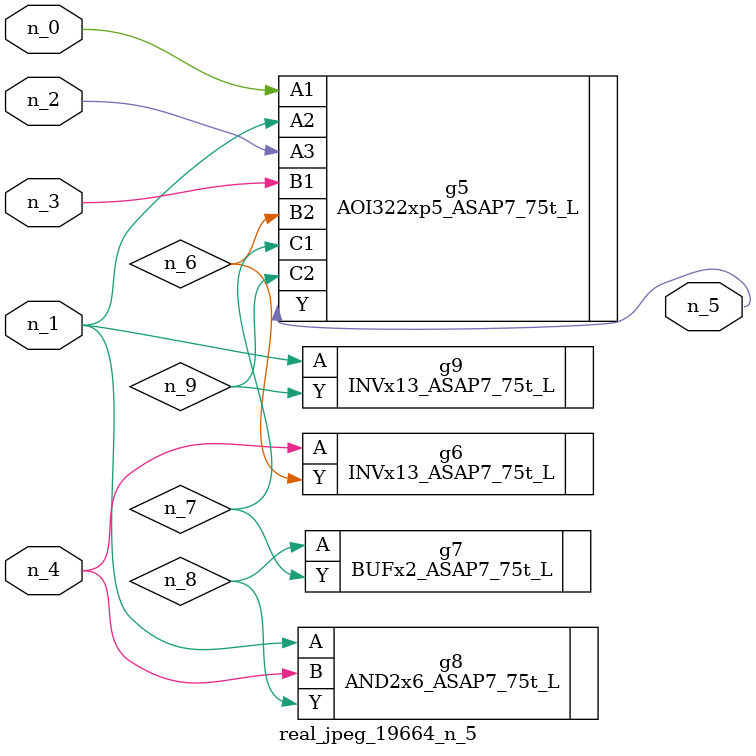
<source format=v>
module real_jpeg_19664_n_5 (n_4, n_0, n_1, n_2, n_3, n_5);

input n_4;
input n_0;
input n_1;
input n_2;
input n_3;

output n_5;

wire n_8;
wire n_6;
wire n_7;
wire n_9;

AOI322xp5_ASAP7_75t_L g5 ( 
.A1(n_0),
.A2(n_1),
.A3(n_2),
.B1(n_3),
.B2(n_6),
.C1(n_7),
.C2(n_9),
.Y(n_5)
);

AND2x6_ASAP7_75t_L g8 ( 
.A(n_1),
.B(n_4),
.Y(n_8)
);

INVx13_ASAP7_75t_L g9 ( 
.A(n_1),
.Y(n_9)
);

INVx13_ASAP7_75t_L g6 ( 
.A(n_4),
.Y(n_6)
);

BUFx2_ASAP7_75t_L g7 ( 
.A(n_8),
.Y(n_7)
);


endmodule
</source>
